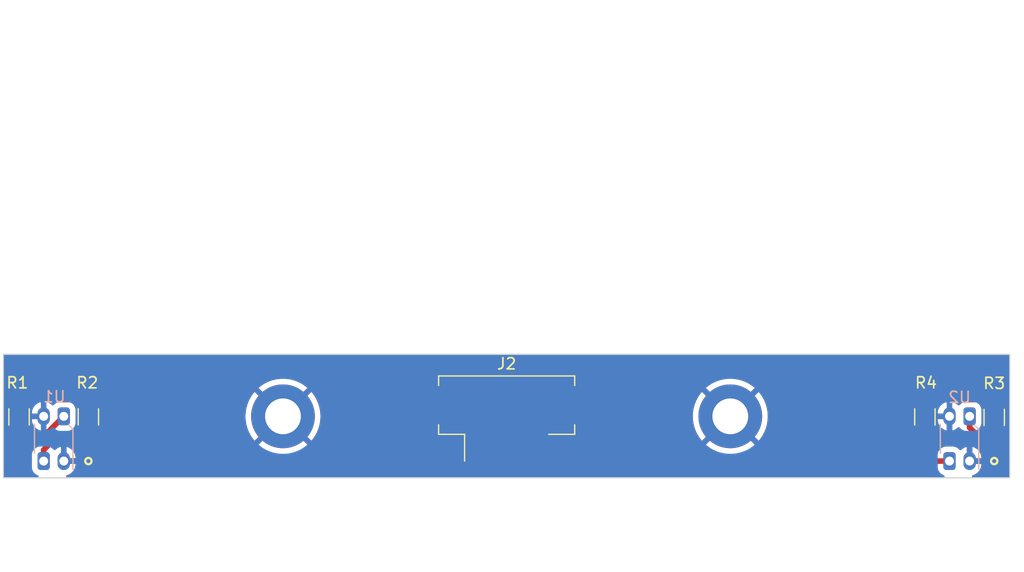
<source format=kicad_pcb>
(kicad_pcb (version 20221018) (generator pcbnew)
  (layers (0 "F.Cu" signal) (31 "B.Cu" signal) (34 "B.Paste" user) (35 "F.Paste" user) (36 "B.SilkS" user "B.Silkscreen") (37 "F.SilkS" user "F.Silkscreen") (38 "B.Mask" user) (39 "F.Mask" user) (44 "Edge.Cuts" user))
  (net 0 "")
  (net 1 "Net-(U1-A)")
  (net 2 "+3V3")
  (net 3 "QRE1113 A")
  (net 4 "Net-(U2-A)")
  (net 5 "QRE1113 B")
  (net 6 "GND")
  (footprint "Resistor_SMD:R_1206_3216Metric_Pad1.30x1.75mm_HandSolder" (layer "F.Cu") (at 181.1 68.1 90)
    (fp_text reference "R3" (at 3.05 0 180) (layer "F.SilkS"))
    (fp_text value "100")
    (fp_line (start -0.727064 -0.91) (end 0.727064 -0.91) (stroke (width 0.12)) (layer "F.SilkS"))
    (fp_line (start -0.727064 0.91) (end 0.727064 0.91) (stroke (width 0.12)) (layer "F.SilkS"))
    (pad "1" smd roundrect (at -1.55 0 90) (size 1.3 1.75) (layers "F.Cu" "F.Paste" "F.Mask") (roundrect_rratio 0.192308) (net 4 "Net-(U2-A)"))
    (pad "2" smd roundrect (at 1.55 0 90) (size 1.3 1.75) (layers "F.Cu" "F.Paste" "F.Mask") (roundrect_rratio 0.192308) (net 2 "+3V3"))
  )
  (footprint "Connector_JST:JST_PH_B4B-PH-SM4-TB_1x04-1MP_P2.00mm_Vertical" (layer "F.Cu") (at 137.5 68.75)
    (fp_text reference "J2" (at 0 -5.45) (layer "F.SilkS"))
    (fp_text value "Conn_01x04_Pin" hide)
    (fp_line (start -6.085 -4.36) (end 6.085 -4.36) (stroke (width 0.12)) (layer "F.SilkS"))
    (fp_line (start -6.085 -3.51) (end -6.085 -4.36) (stroke (width 0.12)) (layer "F.SilkS"))
    (fp_line (start -6.085 0.01) (end -6.085 0.86) (stroke (width 0.12)) (layer "F.SilkS"))
    (fp_line (start -6.085 0.86) (end -3.76 0.86) (stroke (width 0.12)) (layer "F.SilkS"))
    (fp_line (start -3.76 0.86) (end -3.76 3.25) (stroke (width 0.12)) (layer "F.SilkS"))
    (fp_line (start 6.085 -4.36) (end 6.085 -3.51) (stroke (width 0.12)) (layer "F.SilkS"))
    (fp_line (start 6.085 0.01) (end 6.085 0.86) (stroke (width 0.12)) (layer "F.SilkS"))
    (fp_line (start 6.085 0.86) (end 3.76 0.86) (stroke (width 0.12)) (layer "F.SilkS"))
    (pad "1" smd roundrect (at -3 0.5) (size 1 5.5) (layers "F.Cu" "F.Paste" "F.Mask") (net 3 "QRE1113 A"))
    (pad "2" smd roundrect (at -1 0.5) (size 1 5.5) (layers "F.Cu" "F.Paste" "F.Mask") (net 2 "+3V3"))
    (pad "3" smd roundrect (at 1 0.5) (size 1 5.5) (layers "F.Cu" "F.Paste" "F.Mask") (net 6 "GND"))
    (pad "4" smd roundrect (at 3 0.5) (size 1 5.5) (layers "F.Cu" "F.Paste" "F.Mask") (net 5 "QRE1113 B"))
    (pad "MP" smd roundrect (at -5.4 -1.75) (size 1.6 3) (layers "F.Cu" "F.Paste" "F.Mask") (roundrect_rratio 0.15625))
    (pad "MP" smd roundrect (at 5.4 -1.75) (size 1.6 3) (layers "F.Cu" "F.Paste" "F.Mask") (roundrect_rratio 0.15625))
  )
  (footprint "Resistor_SMD:R_1206_3216Metric_Pad1.30x1.75mm_HandSolder" (layer "F.Cu") (at 174.9 68.05 -90)
    (fp_text reference "R4" (at -3.05 -0.1) (layer "F.SilkS"))
    (fp_text value "10k" hide)
    (fp_line (start -0.727064 -0.91) (end 0.727064 -0.91) (stroke (width 0.12)) (layer "F.SilkS"))
    (fp_line (start -0.727064 0.91) (end 0.727064 0.91) (stroke (width 0.12)) (layer "F.SilkS"))
    (pad "1" smd roundrect (at -1.55 0 270) (size 1.3 1.75) (layers "F.Cu" "F.Paste" "F.Mask") (roundrect_rratio 0.192308) (net 2 "+3V3"))
    (pad "2" smd roundrect (at 1.55 0 270) (size 1.3 1.75) (layers "F.Cu" "F.Paste" "F.Mask") (roundrect_rratio 0.192308) (net 5 "QRE1113 B"))
  )
  (footprint "Resistor_SMD:R_1206_3216Metric_Pad1.30x1.75mm_HandSolder" (layer "F.Cu") (at 93.9 68.05 90)
    (fp_text reference "R1" (at 3.05 -0.15) (layer "F.SilkS"))
    (fp_text value "100")
    (fp_line (start -0.727064 -0.91) (end 0.727064 -0.91) (stroke (width 0.12)) (layer "F.SilkS"))
    (fp_line (start -0.727064 0.91) (end 0.727064 0.91) (stroke (width 0.12)) (layer "F.SilkS"))
    (pad "1" smd roundrect (at -1.55 0 90) (size 1.3 1.75) (layers "F.Cu" "F.Paste" "F.Mask") (roundrect_rratio 0.192308) (net 1 "Net-(U1-A)"))
    (pad "2" smd roundrect (at 1.55 0 90) (size 1.3 1.75) (layers "F.Cu" "F.Paste" "F.Mask") (roundrect_rratio 0.192308) (net 2 "+3V3"))
  )
  (footprint "MountingHole:MountingHole_3.2mm_M3_ISO7380_Pad" (layer "F.Cu") (at 157.5 68)
    (fp_text reference "H2" hide)
    (fp_text value "MountingHole" hide)
    (pad "1" thru_hole circle (at 0 0) (size 5.7 5.7) (drill 3.2) (layers "*.Cu" "*.Mask") (net 6 "GND"))
  )
  (footprint "MountingHole:MountingHole_3.2mm_M3_ISO7380_Pad" (layer "F.Cu") (at 117.5 68)
    (fp_text reference "H1" hide)
    (fp_text value "MountingHole" hide)
    (pad "1" thru_hole circle (at 0 0) (size 5.7 5.7) (drill 3.2) (layers "*.Cu" "*.Mask") (net 6 "GND"))
  )
  (footprint "Resistor_SMD:R_1206_3216Metric_Pad1.30x1.75mm_HandSolder" (layer "F.Cu") (at 100.1 68.05 -90)
    (fp_text reference "R2" (at -3.05 0.1) (layer "F.SilkS"))
    (fp_text value "10k")
    (fp_line (start -0.727064 -0.91) (end 0.727064 -0.91) (stroke (width 0.12)) (layer "F.SilkS"))
    (fp_line (start -0.727064 0.91) (end 0.727064 0.91) (stroke (width 0.12)) (layer "F.SilkS"))
    (pad "1" smd roundrect (at -1.55 0 270) (size 1.3 1.75) (layers "F.Cu" "F.Paste" "F.Mask") (roundrect_rratio 0.192308) (net 2 "+3V3"))
    (pad "2" smd roundrect (at 1.55 0 270) (size 1.3 1.75) (layers "F.Cu" "F.Paste" "F.Mask") (roundrect_rratio 0.192308) (net 3 "QRE1113 A"))
  )
  (footprint "sumec_library:OnSemi_CASE100AQ - QRE1113" (layer "B.Cu") (at 178.9 68 180)
    (fp_text reference "U2" (at 0.9 1.7) (layer "B.SilkS") (effects (justify mirror)))
    (fp_text value "QRE1113" hide)
    (fp_line (start -0.82 -1.15) (end -0.82 -4.73) (stroke (width 0.12)) (layer "B.SilkS"))
    (fp_line (start -0.49 -0.82) (end -0.82 -1.15) (stroke (width 0.12)) (layer "B.SilkS"))
    (fp_line (start 2.62 -3.3) (end 2.62 -0.7) (stroke (width 0.12)) (layer "B.SilkS"))
    (pad "1" thru_hole roundrect (at 0 0 180) (size 1.1 1.6) (drill 0.8) (layers "*.Cu" "*.Mask") (net 4 "Net-(U2-A)"))
    (pad "2" thru_hole oval (at 0 -4 180) (size 1.1 1.6) (drill 0.8) (layers "*.Cu" "*.Mask") (net 6 "GND"))
    (pad "3" thru_hole roundrect (at 1.8 -4 180) (size 1.1 1.6) (drill 0.8) (layers "*.Cu" "*.Mask") (net 5 "QRE1113 B"))
    (pad "4" thru_hole oval (at 1.8 0 180) (size 1.1 1.6) (drill 0.8) (layers "*.Cu" "*.Mask") (net 6 "GND"))
  )
  (footprint "sumec_library:OnSemi_CASE100AQ - QRE1113" (layer "B.Cu") (at 97.9 68 180)
    (fp_text reference "U1" (at 0.85 1.75) (layer "B.SilkS") (effects (justify mirror)))
    (fp_text value "QRE1113" hide)
    (fp_line (start -0.82 -1.15) (end -0.82 -4.73) (stroke (width 0.12)) (layer "B.SilkS"))
    (fp_line (start -0.49 -0.82) (end -0.82 -1.15) (stroke (width 0.12)) (layer "B.SilkS"))
    (fp_line (start 2.62 -3.3) (end 2.62 -0.7) (stroke (width 0.12)) (layer "B.SilkS"))
    (pad "1" thru_hole roundrect (at 0 0 180) (size 1.1 1.6) (drill 0.8) (layers "*.Cu" "*.Mask") (net 1 "Net-(U1-A)"))
    (pad "2" thru_hole oval (at 0 -4 180) (size 1.1 1.6) (drill 0.8) (layers "*.Cu" "*.Mask") (net 6 "GND"))
    (pad "3" thru_hole roundrect (at 1.8 -4 180) (size 1.1 1.6) (drill 0.8) (layers "*.Cu" "*.Mask") (net 3 "QRE1113 A"))
    (pad "4" thru_hole oval (at 1.8 0 180) (size 1.1 1.6) (drill 0.8) (layers "*.Cu" "*.Mask") (net 6 "GND"))
  )
  (gr_circle (center 100.1 72) (end 100.382843 72) (stroke (width 0.2)) (fill none) (layer "F.SilkS"))
  (gr_circle (center 181.1 72) (end 181.382843 72) (stroke (width 0.2)) (fill none) (layer "F.SilkS"))
  (gr_rect (start 92.5 62.45) (end 182.5 73.5) (stroke (width 0.1)) (fill none) (layer "Edge.Cuts"))
  (segment (start 93.9 69.6) (end 96.3 69.6) (width 0.5) (layer "F.Cu") (net 1))
  (segment (start 96.3 69.6) (end 97.9 68) (width 0.5) (layer "F.Cu") (net 1))
  (segment (start 100.1 66.5) (end 93.9 66.5) (width 0.5) (layer "F.Cu") (net 2))
  (segment (start 181.05 66.5) (end 181.1 66.55) (width 0.5) (layer "F.Cu") (net 2))
  (segment (start 102.4 64.2) (end 100.1 66.5) (width 0.5) (layer "F.Cu") (net 2))
  (segment (start 134.7 64.2) (end 102.4 64.2) (width 0.5) (layer "F.Cu") (net 2))
  (segment (start 138.3 64.2) (end 172.65 64.2) (width 0.5) (layer "F.Cu") (net 2))
  (segment (start 136.5 69.25) (end 136.5 66) (width 0.5) (layer "F.Cu") (net 2))
  (segment (start 136.5 66) (end 138.3 64.2) (width 0.5) (layer "F.Cu") (net 2))
  (segment (start 174.95 66.5) (end 181.05 66.5) (width 0.5) (layer "F.Cu") (net 2))
  (segment (start 136.5 66) (end 134.7 64.2) (width 0.5) (layer "F.Cu") (net 2))
  (segment (start 172.65 64.2) (end 174.95 66.5) (width 0.5) (layer "F.Cu") (net 2))
  (segment (start 97.5 69.6) (end 96.1 71) (width 0.5) (layer "F.Cu") (net 3))
  (segment (start 96.1 71) (end 96.1 72) (width 0.5) (layer "F.Cu") (net 3))
  (segment (start 134.5 69.25) (end 132 71.75) (width 0.5) (layer "F.Cu") (net 3))
  (segment (start 132 71.75) (end 102.25 71.75) (width 0.5) (layer "F.Cu") (net 3))
  (segment (start 100.1 69.6) (end 97.5 69.6) (width 0.5) (layer "F.Cu") (net 3))
  (segment (start 102.25 71.75) (end 100.1 69.6) (width 0.5) (layer "F.Cu") (net 3))
  (segment (start 178.9 68) (end 178.9 67.8) (width 0.5) (layer "F.Cu") (net 4))
  (segment (start 179.55 69.65) (end 178.9 69) (width 0.5) (layer "F.Cu") (net 4))
  (segment (start 181 69.65) (end 179.55 69.65) (width 0.5) (layer "F.Cu") (net 4))
  (segment (start 178.9 69) (end 178.9 68) (width 0.5) (layer "F.Cu") (net 4))
  (segment (start 181.1 69.55) (end 181 69.65) (width 0.5) (layer "F.Cu") (net 4))
  (segment (start 174.9 69.55) (end 174.9 71) (width 0.5) (layer "F.Cu") (net 5))
  (segment (start 175.9 72) (end 177.1 72) (width 0.5) (layer "F.Cu") (net 5))
  (segment (start 174.55 69.25) (end 174.9 69.6) (width 0.5) (layer "F.Cu") (net 5))
  (segment (start 174.9 69.6) (end 172.75 71.75) (width 0.5) (layer "F.Cu") (net 5))
  (segment (start 174.9 71) (end 175.9 72) (width 0.5) (layer "F.Cu") (net 5))
  (segment (start 143 71.75) (end 140.5 69.25) (width 0.5) (layer "F.Cu") (net 5))
  (segment (start 172.75 71.75) (end 143 71.75) (width 0.5) (layer "F.Cu") (net 5))
  (zone (net 6) (net_name "GND") (layers "F&B.Cu") (connect_pads (clearance 0.5)) (min_thickness 0.25) (fill yes (thermal_gap 0.5) (thermal_bridge_width 0.5))
    (polygon (pts (xy 182.5 73.5) (xy 92.5 73.5) (xy 92.5 62.5) (xy 182.5 62.5)))
  )
)
</source>
